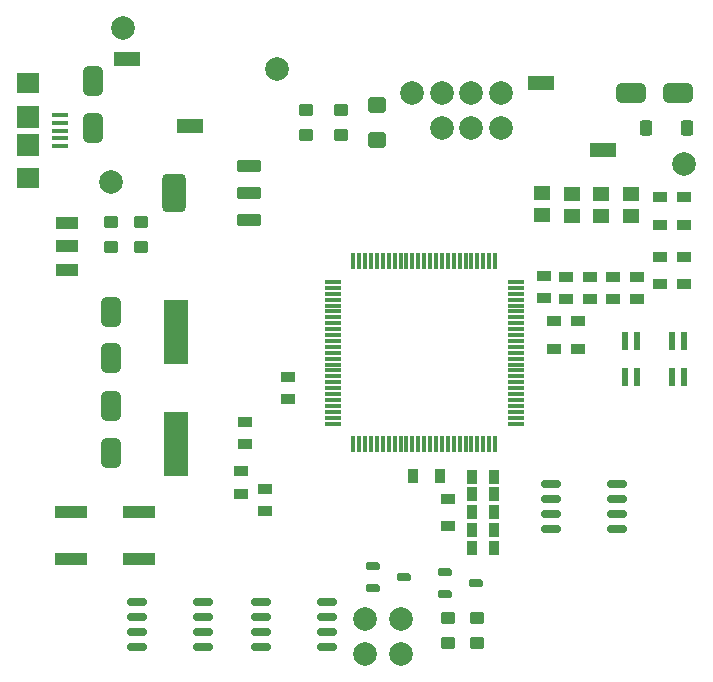
<source format=gtp>
G04*
G04 #@! TF.GenerationSoftware,Altium Limited,Altium Designer,23.11.1 (41)*
G04*
G04 Layer_Color=8421504*
%FSLAX44Y44*%
%MOMM*%
G71*
G04*
G04 #@! TF.SameCoordinates,6A4E213B-EB00-483D-B04E-4E1FD21C6EA7*
G04*
G04*
G04 #@! TF.FilePolarity,Positive*
G04*
G01*
G75*
%ADD17R,1.3000X0.9000*%
%ADD18R,0.9000X1.3000*%
%ADD19C,2.0000*%
%ADD20R,1.3500X1.1500*%
G04:AMPARAMS|DCode=21|XSize=0.65mm|YSize=1.2mm|CornerRadius=0.1625mm|HoleSize=0mm|Usage=FLASHONLY|Rotation=90.000|XOffset=0mm|YOffset=0mm|HoleType=Round|Shape=RoundedRectangle|*
%AMROUNDEDRECTD21*
21,1,0.6500,0.8750,0,0,90.0*
21,1,0.3250,1.2000,0,0,90.0*
1,1,0.3250,0.4375,0.1625*
1,1,0.3250,0.4375,-0.1625*
1,1,0.3250,-0.4375,-0.1625*
1,1,0.3250,-0.4375,0.1625*
%
%ADD21ROUNDEDRECTD21*%
G04:AMPARAMS|DCode=22|XSize=0.65mm|YSize=1.7mm|CornerRadius=0.1625mm|HoleSize=0mm|Usage=FLASHONLY|Rotation=90.000|XOffset=0mm|YOffset=0mm|HoleType=Round|Shape=RoundedRectangle|*
%AMROUNDEDRECTD22*
21,1,0.6500,1.3750,0,0,90.0*
21,1,0.3250,1.7000,0,0,90.0*
1,1,0.3250,0.6875,0.1625*
1,1,0.3250,0.6875,-0.1625*
1,1,0.3250,-0.6875,-0.1625*
1,1,0.3250,-0.6875,0.1625*
%
%ADD22ROUNDEDRECTD22*%
%ADD23R,0.3000X1.4750*%
%ADD24R,1.4750X0.3000*%
%ADD25R,1.9000X1.9000*%
%ADD26R,1.9000X1.8000*%
%ADD27R,1.3500X0.4000*%
G04:AMPARAMS|DCode=28|XSize=1.2mm|YSize=1.1mm|CornerRadius=0.275mm|HoleSize=0mm|Usage=FLASHONLY|Rotation=180.000|XOffset=0mm|YOffset=0mm|HoleType=Round|Shape=RoundedRectangle|*
%AMROUNDEDRECTD28*
21,1,1.2000,0.5500,0,0,180.0*
21,1,0.6500,1.1000,0,0,180.0*
1,1,0.5500,-0.3250,0.2750*
1,1,0.5500,0.3250,0.2750*
1,1,0.5500,0.3250,-0.2750*
1,1,0.5500,-0.3250,-0.2750*
%
%ADD28ROUNDEDRECTD28*%
G04:AMPARAMS|DCode=29|XSize=1.7mm|YSize=2.5mm|CornerRadius=0.425mm|HoleSize=0mm|Usage=FLASHONLY|Rotation=0.000|XOffset=0mm|YOffset=0mm|HoleType=Round|Shape=RoundedRectangle|*
%AMROUNDEDRECTD29*
21,1,1.7000,1.6500,0,0,0.0*
21,1,0.8500,2.5000,0,0,0.0*
1,1,0.8500,0.4250,-0.8250*
1,1,0.8500,-0.4250,-0.8250*
1,1,0.8500,-0.4250,0.8250*
1,1,0.8500,0.4250,0.8250*
%
%ADD29ROUNDEDRECTD29*%
G04:AMPARAMS|DCode=30|XSize=1.7mm|YSize=2.5mm|CornerRadius=0.425mm|HoleSize=0mm|Usage=FLASHONLY|Rotation=270.000|XOffset=0mm|YOffset=0mm|HoleType=Round|Shape=RoundedRectangle|*
%AMROUNDEDRECTD30*
21,1,1.7000,1.6500,0,0,270.0*
21,1,0.8500,2.5000,0,0,270.0*
1,1,0.8500,-0.8250,-0.4250*
1,1,0.8500,-0.8250,0.4250*
1,1,0.8500,0.8250,0.4250*
1,1,0.8500,0.8250,-0.4250*
%
%ADD30ROUNDEDRECTD30*%
%ADD31R,2.2000X1.3000*%
G04:AMPARAMS|DCode=32|XSize=1.3mm|YSize=1.1mm|CornerRadius=0.275mm|HoleSize=0mm|Usage=FLASHONLY|Rotation=90.000|XOffset=0mm|YOffset=0mm|HoleType=Round|Shape=RoundedRectangle|*
%AMROUNDEDRECTD32*
21,1,1.3000,0.5500,0,0,90.0*
21,1,0.7500,1.1000,0,0,90.0*
1,1,0.5500,0.2750,0.3750*
1,1,0.5500,0.2750,-0.3750*
1,1,0.5500,-0.2750,-0.3750*
1,1,0.5500,-0.2750,0.3750*
%
%ADD32ROUNDEDRECTD32*%
%ADD33R,0.5500X1.5000*%
G04:AMPARAMS|DCode=34|XSize=3.3mm|YSize=2.1mm|CornerRadius=0.525mm|HoleSize=0mm|Usage=FLASHONLY|Rotation=270.000|XOffset=0mm|YOffset=0mm|HoleType=Round|Shape=RoundedRectangle|*
%AMROUNDEDRECTD34*
21,1,3.3000,1.0500,0,0,270.0*
21,1,2.2500,2.1000,0,0,270.0*
1,1,1.0500,-0.5250,-1.1250*
1,1,1.0500,-0.5250,1.1250*
1,1,1.0500,0.5250,1.1250*
1,1,1.0500,0.5250,-1.1250*
%
%ADD34ROUNDEDRECTD34*%
G04:AMPARAMS|DCode=35|XSize=1mm|YSize=2.1mm|CornerRadius=0.25mm|HoleSize=0mm|Usage=FLASHONLY|Rotation=270.000|XOffset=0mm|YOffset=0mm|HoleType=Round|Shape=RoundedRectangle|*
%AMROUNDEDRECTD35*
21,1,1.0000,1.6000,0,0,270.0*
21,1,0.5000,2.1000,0,0,270.0*
1,1,0.5000,-0.8000,-0.2500*
1,1,0.5000,-0.8000,0.2500*
1,1,0.5000,0.8000,0.2500*
1,1,0.5000,0.8000,-0.2500*
%
%ADD35ROUNDEDRECTD35*%
%ADD36R,2.7500X1.0000*%
%ADD37R,1.9000X1.0000*%
%ADD38R,2.0000X5.5000*%
G04:AMPARAMS|DCode=39|XSize=1.6mm|YSize=1.4mm|CornerRadius=0.35mm|HoleSize=0mm|Usage=FLASHONLY|Rotation=180.000|XOffset=0mm|YOffset=0mm|HoleType=Round|Shape=RoundedRectangle|*
%AMROUNDEDRECTD39*
21,1,1.6000,0.7000,0,0,180.0*
21,1,0.9000,1.4000,0,0,180.0*
1,1,0.7000,-0.4500,0.3500*
1,1,0.7000,0.4500,0.3500*
1,1,0.7000,0.4500,-0.3500*
1,1,0.7000,-0.4500,-0.3500*
%
%ADD39ROUNDEDRECTD39*%
D17*
X385000Y151500D02*
D03*
Y128500D02*
D03*
X475000Y301500D02*
D03*
Y278500D02*
D03*
X495000Y301500D02*
D03*
Y278500D02*
D03*
X565000Y356500D02*
D03*
Y333500D02*
D03*
X585000Y356500D02*
D03*
Y333500D02*
D03*
X565000Y383500D02*
D03*
Y406500D02*
D03*
X585000Y383500D02*
D03*
Y406500D02*
D03*
X230000Y141000D02*
D03*
Y160000D02*
D03*
X210000Y155500D02*
D03*
Y174500D02*
D03*
X213475Y197675D02*
D03*
Y216675D02*
D03*
X250000Y235500D02*
D03*
Y254500D02*
D03*
X545000Y320500D02*
D03*
Y339500D02*
D03*
X525000Y320500D02*
D03*
Y339500D02*
D03*
X505000Y320500D02*
D03*
Y339500D02*
D03*
X485000Y320500D02*
D03*
Y339500D02*
D03*
X466500Y320943D02*
D03*
Y339943D02*
D03*
D18*
X378550Y171000D02*
D03*
X355550D02*
D03*
X424500Y170000D02*
D03*
X405500D02*
D03*
X424500Y110000D02*
D03*
X405500D02*
D03*
X424500Y125000D02*
D03*
X405500D02*
D03*
X424500Y140000D02*
D03*
X405500D02*
D03*
X424500Y155000D02*
D03*
X405500D02*
D03*
D19*
X315000Y50000D02*
D03*
X430000Y465000D02*
D03*
X345000Y50000D02*
D03*
Y20000D02*
D03*
X315000D02*
D03*
X100000Y420000D02*
D03*
X585000Y435000D02*
D03*
X355000Y495000D02*
D03*
X405000Y465000D02*
D03*
Y495000D02*
D03*
X380000D02*
D03*
Y465000D02*
D03*
X110000Y550000D02*
D03*
X240000Y515000D02*
D03*
X430000Y495000D02*
D03*
D20*
X540000Y390750D02*
D03*
Y409250D02*
D03*
X515000Y390750D02*
D03*
Y409250D02*
D03*
X490000D02*
D03*
Y390750D02*
D03*
X465000Y410000D02*
D03*
Y391500D02*
D03*
D21*
X348000Y85000D02*
D03*
X322000Y75500D02*
D03*
Y94500D02*
D03*
X382500Y89500D02*
D03*
Y70500D02*
D03*
X408500Y80000D02*
D03*
D22*
X122000Y64050D02*
D03*
Y51350D02*
D03*
Y38650D02*
D03*
Y25950D02*
D03*
X178000Y64050D02*
D03*
Y51350D02*
D03*
Y38650D02*
D03*
Y25950D02*
D03*
X227000Y64050D02*
D03*
Y51350D02*
D03*
Y38650D02*
D03*
Y25950D02*
D03*
X283000Y64050D02*
D03*
Y51350D02*
D03*
Y38650D02*
D03*
Y25950D02*
D03*
X472000Y164050D02*
D03*
Y151350D02*
D03*
Y138650D02*
D03*
Y125950D02*
D03*
X528000Y164050D02*
D03*
Y151350D02*
D03*
Y138650D02*
D03*
Y125950D02*
D03*
D23*
X305000Y352380D02*
D03*
X310000D02*
D03*
X315000D02*
D03*
X320000D02*
D03*
X325000D02*
D03*
X330000D02*
D03*
X335000D02*
D03*
X340000D02*
D03*
X345000D02*
D03*
X350000D02*
D03*
X355000D02*
D03*
X360000D02*
D03*
X365000D02*
D03*
X370000D02*
D03*
X375000D02*
D03*
X380000D02*
D03*
X385000D02*
D03*
X390000D02*
D03*
X395000D02*
D03*
X400000D02*
D03*
X405000D02*
D03*
X410000D02*
D03*
X415000D02*
D03*
X420000D02*
D03*
X425000D02*
D03*
Y197620D02*
D03*
X420000D02*
D03*
X415000D02*
D03*
X410000D02*
D03*
X405000D02*
D03*
X400000D02*
D03*
X395000D02*
D03*
X390000D02*
D03*
X385000D02*
D03*
X380000D02*
D03*
X375000D02*
D03*
X370000D02*
D03*
X365000D02*
D03*
X360000D02*
D03*
X355000D02*
D03*
X350000D02*
D03*
X345000D02*
D03*
X340000D02*
D03*
X335000D02*
D03*
X330000D02*
D03*
X325000D02*
D03*
X320000D02*
D03*
X315000D02*
D03*
X310000D02*
D03*
X305000D02*
D03*
D24*
X442380Y335000D02*
D03*
Y330000D02*
D03*
Y325000D02*
D03*
Y320000D02*
D03*
Y315000D02*
D03*
Y310000D02*
D03*
Y305000D02*
D03*
Y300000D02*
D03*
Y295000D02*
D03*
Y290000D02*
D03*
Y285000D02*
D03*
Y280000D02*
D03*
Y275000D02*
D03*
Y270000D02*
D03*
Y265000D02*
D03*
Y260000D02*
D03*
Y255000D02*
D03*
Y250000D02*
D03*
Y245000D02*
D03*
Y240000D02*
D03*
Y235000D02*
D03*
Y230000D02*
D03*
Y225000D02*
D03*
Y220000D02*
D03*
Y215000D02*
D03*
X287620D02*
D03*
Y220000D02*
D03*
Y225000D02*
D03*
Y230000D02*
D03*
Y235000D02*
D03*
Y240000D02*
D03*
Y245000D02*
D03*
Y250000D02*
D03*
Y255000D02*
D03*
Y260000D02*
D03*
Y265000D02*
D03*
Y270000D02*
D03*
Y275000D02*
D03*
Y280000D02*
D03*
Y285000D02*
D03*
Y290000D02*
D03*
Y295000D02*
D03*
Y300000D02*
D03*
Y305000D02*
D03*
Y310000D02*
D03*
Y315000D02*
D03*
Y320000D02*
D03*
Y325000D02*
D03*
Y330000D02*
D03*
Y335000D02*
D03*
D25*
X29750Y475000D02*
D03*
Y451000D02*
D03*
D26*
Y503000D02*
D03*
Y423000D02*
D03*
D27*
X56500Y476000D02*
D03*
Y450000D02*
D03*
Y469500D02*
D03*
Y463000D02*
D03*
Y456500D02*
D03*
D28*
X385000Y29500D02*
D03*
Y50500D02*
D03*
X410000Y29500D02*
D03*
Y50500D02*
D03*
X295000Y459500D02*
D03*
Y480500D02*
D03*
X265000Y459500D02*
D03*
Y480500D02*
D03*
X125000Y385500D02*
D03*
Y364500D02*
D03*
X100000Y385500D02*
D03*
Y364500D02*
D03*
D29*
X85000Y465250D02*
D03*
Y504750D02*
D03*
X100000Y229750D02*
D03*
Y190250D02*
D03*
Y309750D02*
D03*
Y270250D02*
D03*
D30*
X580000Y495000D02*
D03*
X540500D02*
D03*
D31*
X463500Y503250D02*
D03*
X516433Y446683D02*
D03*
X166500Y466750D02*
D03*
X113567Y523317D02*
D03*
D32*
X587500Y465000D02*
D03*
X552500D02*
D03*
D33*
X545000Y285250D02*
D03*
X535000Y254750D02*
D03*
X545000D02*
D03*
X535000Y285250D02*
D03*
X585000D02*
D03*
X575000Y254750D02*
D03*
X585000D02*
D03*
X575000Y285250D02*
D03*
D34*
X153500Y410000D02*
D03*
D35*
X216500Y433000D02*
D03*
Y410000D02*
D03*
Y387000D02*
D03*
D36*
X123750Y100000D02*
D03*
X66250D02*
D03*
X123750Y140000D02*
D03*
X66250D02*
D03*
D37*
X62750Y345000D02*
D03*
Y365000D02*
D03*
Y385000D02*
D03*
D38*
X155000Y292500D02*
D03*
Y197500D02*
D03*
D39*
X325000Y455000D02*
D03*
Y485000D02*
D03*
M02*

</source>
